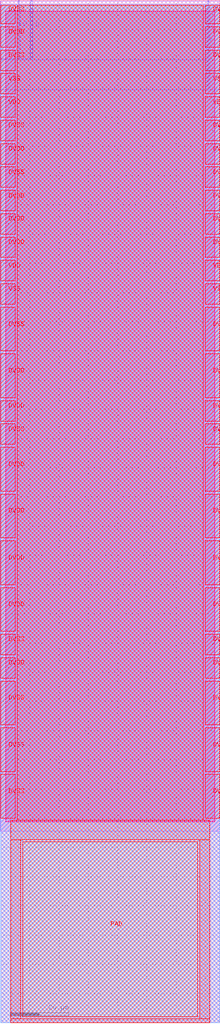
<source format=lef>
VERSION 5.7 ;
  NOWIREEXTENSIONATPIN ON ;
  DIVIDERCHAR "/" ;
  BUSBITCHARS "[]" ;
MACRO gf180mcu_ocd_io__in_c
  CLASS PAD INPUT ;
  FOREIGN gf180mcu_ocd_io__in_c ;
  ORIGIN 0.000 0.000 ;
  SIZE 75.000 BY 350.000 ;
  SYMMETRY X Y R90 ;
  SITE GF_IO_Site ;
  PIN DVDD
    DIRECTION INOUT ;
    USE POWER ;
    PORT
      LAYER Metal5 ;
        RECT 0.000 118.000 5.000 125.000 ;
    END
    PORT
      LAYER Metal5 ;
        RECT 0.000 134.000 5.000 149.000 ;
    END
    PORT
      LAYER Metal5 ;
        RECT 0.000 150.000 5.000 165.000 ;
    END
    PORT
      LAYER Metal5 ;
        RECT 0.000 166.000 5.000 181.000 ;
    END
    PORT
      LAYER Metal5 ;
        RECT 0.000 182.000 5.000 197.000 ;
    END
    PORT
      LAYER Metal5 ;
        RECT 0.000 206.000 5.000 213.000 ;
    END
    PORT
      LAYER Metal5 ;
        RECT 0.000 214.000 5.000 229.000 ;
    END
    PORT
      LAYER Metal5 ;
        RECT 0.000 262.000 5.000 269.000 ;
    END
    PORT
      LAYER Metal5 ;
        RECT 0.000 270.000 5.000 277.000 ;
    END
    PORT
      LAYER Metal5 ;
        RECT 0.000 278.000 5.000 285.000 ;
    END
    PORT
      LAYER Metal5 ;
        RECT 0.000 294.000 5.000 301.000 ;
    END
    PORT
      LAYER Metal5 ;
        RECT 0.000 334.000 5.000 341.000 ;
    END
    PORT
      LAYER Metal5 ;
        RECT 70.000 118.000 75.000 125.000 ;
    END
    PORT
      LAYER Metal5 ;
        RECT 70.000 134.000 75.000 149.000 ;
    END
    PORT
      LAYER Metal5 ;
        RECT 70.000 150.000 75.000 165.000 ;
    END
    PORT
      LAYER Metal5 ;
        RECT 70.000 166.000 75.000 181.000 ;
    END
    PORT
      LAYER Metal5 ;
        RECT 70.000 182.000 75.000 197.000 ;
    END
    PORT
      LAYER Metal5 ;
        RECT 70.000 206.000 75.000 213.000 ;
    END
    PORT
      LAYER Metal5 ;
        RECT 70.000 214.000 75.000 229.000 ;
    END
    PORT
      LAYER Metal5 ;
        RECT 70.000 262.000 75.000 269.000 ;
    END
    PORT
      LAYER Metal5 ;
        RECT 70.000 270.000 75.000 277.000 ;
    END
    PORT
      LAYER Metal5 ;
        RECT 70.000 278.000 75.000 285.000 ;
    END
    PORT
      LAYER Metal5 ;
        RECT 70.000 294.000 75.000 301.000 ;
    END
    PORT
      LAYER Metal5 ;
        RECT 70.000 334.000 75.000 341.000 ;
    END
  END DVDD
  PIN DVSS
    DIRECTION INOUT ;
    USE GROUND ;
    PORT
      LAYER Metal5 ;
        RECT 0.000 70.000 5.000 85.000 ;
    END
    PORT
      LAYER Metal5 ;
        RECT 0.000 86.000 5.000 101.000 ;
    END
    PORT
      LAYER Metal5 ;
        RECT 0.000 102.000 5.000 117.000 ;
    END
    PORT
      LAYER Metal5 ;
        RECT 0.000 126.000 5.000 133.000 ;
    END
    PORT
      LAYER Metal5 ;
        RECT 0.000 198.000 5.000 205.000 ;
    END
    PORT
      LAYER Metal5 ;
        RECT 0.000 230.000 5.000 245.000 ;
    END
    PORT
      LAYER Metal5 ;
        RECT 0.000 286.000 5.000 293.000 ;
    END
    PORT
      LAYER Metal5 ;
        RECT 0.000 302.000 5.000 309.000 ;
    END
    PORT
      LAYER Metal5 ;
        RECT 0.000 326.000 5.000 333.000 ;
    END
    PORT
      LAYER Metal5 ;
        RECT 0.000 342.000 5.000 348.390 ;
    END
    PORT
      LAYER Metal5 ;
        RECT 70.000 70.000 75.000 85.000 ;
    END
    PORT
      LAYER Metal5 ;
        RECT 70.000 86.000 75.000 101.000 ;
    END
    PORT
      LAYER Metal5 ;
        RECT 70.000 102.000 75.000 117.000 ;
    END
    PORT
      LAYER Metal5 ;
        RECT 70.000 126.000 75.000 133.000 ;
    END
    PORT
      LAYER Metal5 ;
        RECT 70.000 198.000 75.000 205.000 ;
    END
    PORT
      LAYER Metal5 ;
        RECT 70.000 230.000 75.000 245.000 ;
    END
    PORT
      LAYER Metal5 ;
        RECT 70.000 286.000 75.000 293.000 ;
    END
    PORT
      LAYER Metal5 ;
        RECT 70.000 302.000 75.000 309.000 ;
    END
    PORT
      LAYER Metal5 ;
        RECT 70.000 326.000 75.000 333.000 ;
    END
    PORT
      LAYER Metal5 ;
        RECT 70.000 342.000 75.000 348.390 ;
    END
  END DVSS
  PIN PAD
    DIRECTION INPUT ;
    USE SIGNAL ;
    ANTENNADIFFAREA 258.720001 ;
    PORT
      LAYER Metal5 ;
        RECT 7.500 2.000 67.500 62.000 ;
    END
  END PAD
  PIN PD
    DIRECTION INPUT ;
    USE SIGNAL ;
    ANTENNAGATEAREA 1.512000 ;
    ANTENNADIFFAREA 1.000000 ;
    PORT
      LAYER Metal2 ;
        RECT 10.330 329.950 10.710 349.850 ;
    END
  END PD
  PIN PU
    DIRECTION INPUT ;
    USE SIGNAL ;
    ANTENNAGATEAREA 1.008000 ;
    ANTENNADIFFAREA 1.795000 ;
    PORT
      LAYER Metal2 ;
        RECT 5.965 330.270 6.345 349.850 ;
    END
  END PU
  PIN VDD
    DIRECTION INOUT ;
    USE POWER ;
    PORT
      LAYER Metal5 ;
        RECT 0.000 254.000 5.000 261.000 ;
    END
    PORT
      LAYER Metal5 ;
        RECT 0.000 310.000 5.000 317.000 ;
    END
    PORT
      LAYER Metal5 ;
        RECT 70.000 254.000 75.000 261.000 ;
    END
    PORT
      LAYER Metal5 ;
        RECT 70.000 310.000 75.000 317.000 ;
    END
  END VDD
  PIN VSS
    DIRECTION INOUT ;
    USE GROUND ;
    PORT
      LAYER Metal5 ;
        RECT 0.000 246.000 5.000 253.000 ;
    END
    PORT
      LAYER Metal5 ;
        RECT 0.000 318.000 5.000 325.000 ;
    END
    PORT
      LAYER Metal5 ;
        RECT 70.000 246.000 75.000 253.000 ;
    END
    PORT
      LAYER Metal5 ;
        RECT 70.000 318.000 75.000 325.000 ;
    END
  END VSS
  PIN Y
    DIRECTION OUTPUT ;
    USE SIGNAL ;
    ANTENNADIFFAREA 3.240000 ;
    PORT
      LAYER Metal2 ;
        RECT 70.860 319.750 71.240 349.850 ;
    END
  END Y
  OBS
      LAYER Nwell ;
        RECT 1.630 68.745 73.195 346.385 ;
      LAYER Metal1 ;
        RECT -0.160 65.540 75.160 349.785 ;
      LAYER Metal2 ;
        RECT 0.000 329.970 5.665 348.650 ;
        RECT 6.645 329.970 10.030 348.650 ;
        RECT 0.000 329.650 10.030 329.970 ;
        RECT 11.010 329.650 70.560 348.650 ;
        RECT 0.000 319.450 70.560 329.650 ;
        RECT 71.540 319.450 75.000 348.650 ;
        RECT 0.000 0.000 75.000 319.450 ;
      LAYER Metal3 ;
        RECT 0.000 0.000 75.000 348.390 ;
      LAYER Metal4 ;
        RECT 0.000 0.000 75.000 348.390 ;
      LAYER Metal5 ;
        RECT 5.600 69.400 69.400 348.390 ;
        RECT 3.500 62.600 71.500 69.400 ;
        RECT 3.500 1.400 6.900 62.600 ;
        RECT 68.100 1.400 71.500 62.600 ;
        RECT 3.500 0.000 71.500 1.400 ;
  END
END gf180mcu_ocd_io__in_c
END LIBRARY


</source>
